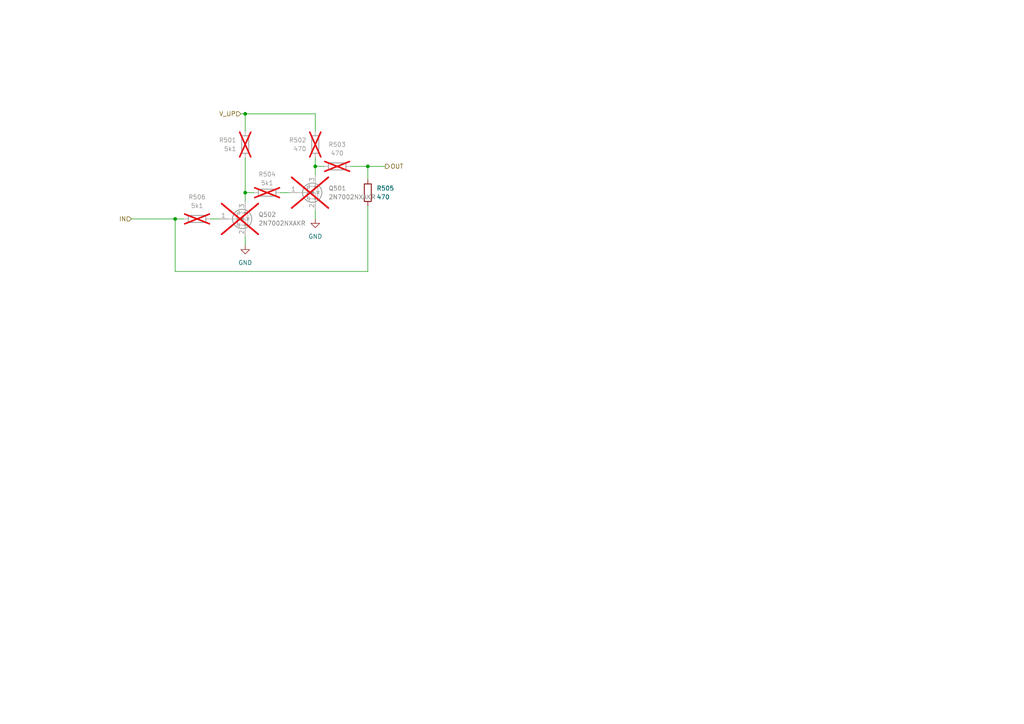
<source format=kicad_sch>
(kicad_sch (version 20250114) (generator "eeschema") (generator_version "9.0")
  (paper "A4")
  (title_block (title "Glowbuck"))
  (lib_symbols
    (symbol "Device:R" (pin_numbers (hide yes)) (pin_names (offset 0))
      (property "Reference" "R" (at 2.032 0 90))
      (property "Value" "R" (at 0 0 90))
      (symbol "R_0_1"
        (rectangle (start -1.016 -2.54) (end 1.016 2.54) (stroke (width 0.254)))
      )
      (symbol "R_1_1"
        (pin passive line (at 0 3.81 270) (length 1.27) (name "~") (number "1"))
        (pin passive line (at 0 -3.81 90) (length 1.27) (name "~") (number "2"))
      )
    )
    (symbol "glowbuck:2N7002NXAKR" (pin_names (hide yes))
      (property "Reference" "Q" (at 5.08 1.905 0))
      (property "Value" "2N7002NXAKR" (at 5.588 -4.064 0))
      (symbol "2N7002NXAKR_0_1"
        (polyline (pts (xy 0.254 1.905) (xy 0.254 -1.905)) (stroke (width 0.254)))
        (polyline (pts (xy 0.254 0) (xy -2.54 0)))
        (polyline (pts (xy 0.762 2.286) (xy 0.762 1.27)) (stroke (width 0.254)))
        (polyline (pts (xy 0.762 0.508) (xy 0.762 -0.508)) (stroke (width 0.254)))
        (polyline (pts (xy 0.762 -1.27) (xy 0.762 -2.286)) (stroke (width 0.254)))
        (polyline (pts (xy 0.762 -1.778) (xy 3.302 -1.778) (xy 3.302 1.778) (xy 0.762 1.778)))
        (polyline (pts (xy 1.016 0) (xy 2.032 0.381) (xy 2.032 -0.381) (xy 1.016 0)) (fill (type outline)))
        (circle (center 1.651 0) (radius 2.794) (stroke (width 0.254)))
        (polyline (pts (xy 2.54 2.54) (xy 2.54 1.778)))
        (circle (center 2.54 1.778) (radius 0.254) (fill (type outline)))
        (circle (center 2.54 -1.778) (radius 0.254) (fill (type outline)))
        (polyline (pts (xy 2.54 -2.54) (xy 2.54 0) (xy 0.762 0)))
        (polyline (pts (xy 2.794 0.508) (xy 2.921 0.381) (xy 3.683 0.381) (xy 3.81 0.254)))
        (polyline (pts (xy 3.302 0.381) (xy 2.921 -0.254) (xy 3.683 -0.254) (xy 3.302 0.381)))
      )
      (symbol "2N7002NXAKR_1_1"
        (pin input line (at -5.08 0 0) (length 2.54) (name "G") (number "1"))
        (pin passive line (at 2.54 5.08 270) (length 2.54) (name "D") (number "3"))
        (pin passive line (at 2.54 -5.08 90) (length 2.54) (name "S") (number "2"))
      )
    )
    (symbol "power:GND" (power) (pin_numbers (hide yes)) (pin_names (offset 0) (hide yes))
      (property "Value" "GND" (at 0 -3.81 0))
      (symbol "GND_0_1"
        (polyline (pts (xy 0 0) (xy 0 -1.27) (xy 1.27 -1.27) (xy 0 -2.54) (xy -1.27 -1.27) (xy 0 -1.27)))
      )
      (symbol "GND_1_1"
        (pin power_in line (at 0 0 270) (length 0) (name "~") (number "1"))
      )
    )
  )
  (junction (at 50.8 63.5))
  (junction (at 106.68 48.26))
  (junction (at 71.12 55.88))
  (junction (at 91.44 48.26))
  (junction (at 71.12 33.02))
  (wire (pts (xy 91.44 48.26) (xy 91.44 50.8)))
  (wire (pts (xy 71.12 45.72) (xy 71.12 55.88)))
  (wire (pts (xy 71.12 68.58) (xy 71.12 71.12)))
  (wire (pts (xy 106.68 78.74) (xy 50.8 78.74)))
  (wire (pts (xy 38.1 63.5) (xy 50.8 63.5)))
  (wire (pts (xy 50.8 63.5) (xy 53.34 63.5)))
  (wire (pts (xy 91.44 48.26) (xy 93.98 48.26)))
  (wire (pts (xy 69.85 33.02) (xy 71.12 33.02)))
  (wire (pts (xy 71.12 55.88) (xy 73.66 55.88)))
  (wire (pts (xy 71.12 33.02) (xy 91.44 33.02)))
  (wire (pts (xy 91.44 60.96) (xy 91.44 63.5)))
  (wire (pts (xy 91.44 45.72) (xy 91.44 48.26)))
  (wire (pts (xy 81.28 55.88) (xy 83.82 55.88)))
  (wire (pts (xy 106.68 48.26) (xy 111.76 48.26)))
  (wire (pts (xy 50.8 78.74) (xy 50.8 63.5)))
  (wire (pts (xy 106.68 48.26) (xy 106.68 52.07)))
  (wire (pts (xy 101.6 48.26) (xy 106.68 48.26)))
  (wire (pts (xy 106.68 59.69) (xy 106.68 78.74)))
  (wire (pts (xy 71.12 33.02) (xy 71.12 38.1)))
  (wire (pts (xy 91.44 33.02) (xy 91.44 38.1)))
  (wire (pts (xy 60.96 63.5) (xy 63.5 63.5)))
  (wire (pts (xy 71.12 55.88) (xy 71.12 58.42)))
  (hierarchical_label "OUT" (shape output) (at 111.76 48.26 0))
  (hierarchical_label "IN" (shape input) (at 38.1 63.5 180))
  (hierarchical_label "V_UP" (shape input) (at 69.85 33.02 180))
  (symbol (lib_id "Device:R") (at 91.44 41.91 0) (mirror x) (unit 1) (dnp yes)
    (property "Reference" "R502" (at 88.9 40.6399 0) (effects (justify right)))
    (property "Value" "470" (at 88.9 43.1799 0) (effects (justify right)))
    (property "Footprint" "Resistor_SMD:R_0603_1608Metric_Pad0.98x0.95mm_HandSolder" (effects (hide yes)))
    (property "Description" "Resistor" (effects (hide yes)))
    (property "MouserNumber" "652-CRT0603FZ1002ELF" (effects (hide yes)))
  )
  (symbol (lib_id "Device:R") (at 97.79 48.26 270) (mirror x) (unit 1) (dnp yes)
    (property "Reference" "R503" (at 97.79 41.91 90))
    (property "Value" "470" (at 97.79 44.45 90))
    (property "Footprint" "Resistor_SMD:R_0603_1608Metric_Pad0.98x0.95mm_HandSolder" (effects (hide yes)))
    (property "Description" "Resistor" (effects (hide yes)))
    (property "MouserNumber" "652-CRT0603FZ1002ELF" (effects (hide yes)))
  )
  (symbol (lib_id "Device:R") (at 71.12 41.91 0) (mirror x) (unit 1) (dnp yes)
    (property "Reference" "R501" (at 68.58 40.6399 0) (effects (justify right)))
    (property "Value" "5k1" (at 68.58 43.1799 0) (effects (justify right)))
    (property "Footprint" "Resistor_SMD:R_0603_1608Metric_Pad0.98x0.95mm_HandSolder" (effects (hide yes)))
    (property "Description" "Resistor" (effects (hide yes)))
    (property "MouserNumber" "652-CRT0603FZ1002ELF" (effects (hide yes)))
  )
  (symbol (lib_id "power:GND") (at 91.44 63.5 0) (unit 1)
    (property "Reference" "#PWR0501" (effects (hide yes)))
    (property "Value" "GND" (at 91.44 68.58 0))
    (property "Description" "Power symbol creates a global label with name \"GND\" , ground" (effects (hide yes)))
  )
  (symbol (lib_id "glowbuck:2N7002NXAKR") (at 88.9 55.88 0) (unit 1) (dnp yes)
    (property "Reference" "Q501" (at 95.25 54.6099 0) (effects (justify left)))
    (property "Value" "2N7002NXAKR" (at 95.25 57.1499 0) (effects (justify left)))
    (property "Footprint" "Package_TO_SOT_SMD:SOT-23-3" (effects (hide yes)))
    (property "Datasheet" "https://assets.nexperia.com/documents/data-sheet/2N7002NXAK.pdf" (effects (hide yes)))
    (property "Description" "60 V, 300 mA, N-Channel" (effects (hide yes)))
    (property "MouserNumber" "771-2N7002NXAKR" (effects (hide yes)))
  )
  (symbol (lib_id "Device:R") (at 106.68 55.88 0) (mirror y) (unit 1)
    (property "Reference" "R505" (at 109.22 54.6099 0) (effects (justify right)))
    (property "Value" "470" (at 109.22 57.1499 0) (effects (justify right)))
    (property "Footprint" "Resistor_SMD:R_0603_1608Metric_Pad0.98x0.95mm_HandSolder" (effects (hide yes)))
    (property "Description" "Resistor" (effects (hide yes)))
    (property "MouserNumber" "652-CRT0603FZ1002ELF" (effects (hide yes)))
  )
  (symbol (lib_id "Device:R") (at 77.47 55.88 270) (unit 1) (dnp yes)
    (property "Reference" "R504" (at 77.47 50.546 90))
    (property "Value" "5k1" (at 77.47 53.086 90))
    (property "Footprint" "Resistor_SMD:R_0603_1608Metric_Pad0.98x0.95mm_HandSolder" (effects (hide yes)))
    (property "Description" "Resistor" (effects (hide yes)))
    (property "MouserNumber" "652-CRT0603FZ1002ELF" (effects (hide yes)))
  )
  (symbol (lib_id "glowbuck:2N7002NXAKR") (at 68.58 63.5 0) (unit 1) (dnp yes)
    (property "Reference" "Q502" (at 74.93 62.2299 0) (effects (justify left)))
    (property "Value" "2N7002NXAKR" (at 74.93 64.7699 0) (effects (justify left)))
    (property "Footprint" "Package_TO_SOT_SMD:SOT-23-3" (effects (hide yes)))
    (property "Datasheet" "https://assets.nexperia.com/documents/data-sheet/2N7002NXAK.pdf" (effects (hide yes)))
    (property "Description" "60 V, 300 mA, N-Channel" (effects (hide yes)))
    (property "MouserNumber" "771-2N7002NXAKR" (effects (hide yes)))
  )
  (symbol (lib_id "power:GND") (at 71.12 71.12 0) (unit 1)
    (property "Reference" "#PWR0502" (effects (hide yes)))
    (property "Value" "GND" (at 71.12 76.2 0))
    (property "Description" "Power symbol creates a global label with name \"GND\" , ground" (effects (hide yes)))
  )
  (symbol (lib_id "Device:R") (at 57.15 63.5 270) (mirror x) (unit 1) (dnp yes)
    (property "Reference" "R506" (at 57.15 57.15 90))
    (property "Value" "5k1" (at 57.15 59.69 90))
    (property "Footprint" "Resistor_SMD:R_0603_1608Metric_Pad0.98x0.95mm_HandSolder" (effects (hide yes)))
    (property "Description" "Resistor" (effects (hide yes)))
    (property "MouserNumber" "652-CRT0603FZ1002ELF" (effects (hide yes)))
  )
)
</source>
